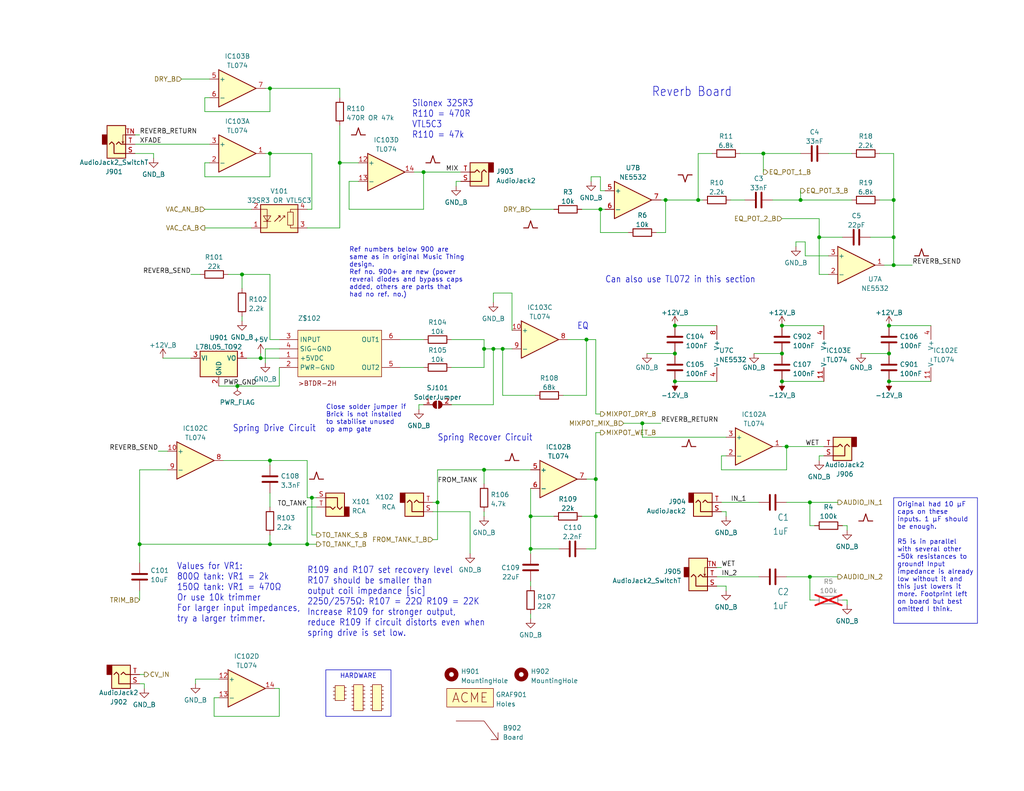
<source format=kicad_sch>
(kicad_sch (version 20230121) (generator eeschema)
  (paper "USLetter")
  (title_block (title "Spring Reverb Rev 2") (date "2023-03-17") (company "Music Thing Modular") (comment 1 "Kosmo version by Rich Holmes"))
  (lib_symbols
    (symbol "AO_symbols:AudioJack2"
      (property "Reference" "J" (at 0 8.89 0))
      (property "Value" "AudioJack2" (at 0 6.35 0))
      (symbol "AudioJack2_1_1"
        (pin passive line (at 5.08 2.54 180) (length 2.54) (name "~") (number "S"))
        (pin passive line (at 5.08 0 180) (length 2.54) (name "~") (number "T"))
      )
    )
    (symbol "AO_symbols:AudioJack2_SwitchT"
      (property "Reference" "J" (at 0 8.89 0))
      (property "Value" "AudioJack2_SwitchT" (at 0 6.35 0))
      (symbol "AudioJack2_SwitchT_1_1"
        (pin passive line (at 5.08 2.54 180) (length 2.54) (name "~") (number "S"))
        (pin passive line (at 5.08 0 180) (length 2.54) (name "~") (number "T"))
        (pin passive line (at 5.08 -2.54 180) (length 2.54) (name "~") (number "TN"))
      )
    )
    (symbol "AO_symbols:Board" (pin_names (offset 1.016)) (in_bom no)
      (property "Reference" "B" (at 1.27 3.81 0))
      (property "Value" "Board" (at -3.175 3.81 0))
    )
    (symbol "AO_symbols:C" (pin_numbers hide) (pin_names (offset 0.254))
      (property "Reference" "C" (at 0.635 2.54 0))
      (property "Value" "C" (at 0.635 -2.54 0))
      (symbol "C_1_1"
        (pin passive line (at 0 3.81 270) (length 2.794) (name "~") (number "1"))
        (pin passive line (at 0 -3.81 90) (length 2.794) (name "~") (number "2"))
      )
    )
    (symbol "AO_symbols:DIP-14" (on_board no)
      (property "Vendor" "Tayda" (at 0 0 0))
      (property "SKU" "A-004" (at 0 0 0))
    )
    (symbol "AO_symbols:DIP-8" (on_board no))
    (symbol "AO_symbols:Graphic" (pin_names (offset 1.016)) (in_bom no)
      (property "Reference" "GRAF" (at 0 -3.81 0))
      (property "Value" "Graphic" (at 0 3.81 0))
      (symbol "Graphic_0_0"
        (text "ACME" (at 0 0 0) (effects (font (size 2.54 2.54))))
      )
    )
    (symbol "AO_symbols:L78L05_TO92" (pin_names (offset 0.254))
      (property "Reference" "U" (at -3.81 3.175 0))
      (property "Value" "L78L05_TO92" (at 0 3.175 0))
      (symbol "L78L05_TO92_1_1"
        (pin power_out line (at 7.62 0 180) (length 2.54) (name "VO") (number "1"))
        (pin power_in line (at 0 -7.62 90) (length 2.54) (name "GND") (number "2"))
        (pin power_in line (at -7.62 0 0) (length 2.54) (name "VI") (number "3"))
      )
    )
    (symbol "AO_symbols:MountingHole" (pin_names (offset 1.016)) (in_bom no)
      (property "Reference" "H" (at 0 5.08 0))
      (property "Value" "MountingHole" (at 0 3.175 0))
    )
    (symbol "AO_symbols:R" (pin_numbers hide) (pin_names (offset 0))
      (property "Reference" "R" (at 2.032 0 90))
      (property "Value" "R" (at 0 0 90))
      (symbol "R_1_1"
        (pin passive line (at 0 3.81 270) (length 1.27) (name "~") (number "1"))
        (pin passive line (at 0 -3.81 90) (length 1.27) (name "~") (number "2"))
      )
    )
    (symbol "AO_symbols:TL074" (pin_names (offset 0.127))
      (property "Reference" "U" (at 0 5.08 0))
      (property "Value" "TL074" (at 0 -5.08 0))
      (symbol "TL074_1_1"
        (pin output line (at 7.62 0 180) (length 2.54) (name "~") (number "1"))
        (pin input line (at -7.62 -2.54 0) (length 2.54) (name "-") (number "2"))
        (pin input line (at -7.62 2.54 0) (length 2.54) (name "+") (number "3"))
      )
      (symbol "TL074_2_1"
        (pin input line (at -7.62 2.54 0) (length 2.54) (name "+") (number "5"))
        (pin input line (at -7.62 -2.54 0) (length 2.54) (name "-") (number "6"))
        (pin output line (at 7.62 0 180) (length 2.54) (name "~") (number "7"))
      )
      (symbol "TL074_3_1"
        (pin input line (at -7.62 2.54 0) (length 2.54) (name "+") (number "10"))
        (pin output line (at 7.62 0 180) (length 2.54) (name "~") (number "8"))
        (pin input line (at -7.62 -2.54 0) (length 2.54) (name "-") (number "9"))
      )
      (symbol "TL074_4_1"
        (pin input line (at -7.62 2.54 0) (length 2.54) (name "+") (number "12"))
        (pin input line (at -7.62 -2.54 0) (length 2.54) (name "-") (number "13"))
        (pin output line (at 7.62 0 180) (length 2.54) (name "~") (number "14"))
      )
      (symbol "TL074_5_1"
        (pin power_in line (at -2.54 -7.62 90) (length 3.81) (name "V-") (number "11"))
        (pin power_in line (at -2.54 7.62 270) (length 3.81) (name "V+") (number "4"))
      )
    )
    (symbol "AO_symbols:Vactrol" (pin_names (offset 1.016) hide)
      (property "Reference" "U" (at 0 5.08 0))
      (property "Value" "Vactrol" (at 0 -5.08 0))
      (symbol "Vactrol_1_1"
        (pin passive line (at -7.62 2.54 0) (length 2.54) (name "-") (number "1"))
        (pin passive line (at -7.62 -2.54 0) (length 2.54) (name "+") (number "2"))
        (pin passive line (at 7.62 2.54 180) (length 2.54) (name "~") (number "3"))
        (pin passive line (at 7.62 -2.54 180) (length 2.54) (name "~") (number "4"))
      )
    )
    (symbol "Amplifier_Operational:NE5532" (pin_names (offset 0.127))
      (property "Reference" "U" (at 0 5.08 0))
      (property "Value" "NE5532" (at 0 -5.08 0))
      (symbol "NE5532_1_1"
        (pin output line (at 7.62 0 180) (length 2.54) (name "~") (number "1"))
        (pin input line (at -7.62 -2.54 0) (length 2.54) (name "-") (number "2"))
        (pin input line (at -7.62 2.54 0) (length 2.54) (name "+") (number "3"))
      )
      (symbol "NE5532_2_1"
        (pin input line (at -7.62 2.54 0) (length 2.54) (name "+") (number "5"))
        (pin input line (at -7.62 -2.54 0) (length 2.54) (name "-") (number "6"))
        (pin output line (at 7.62 0 180) (length 2.54) (name "~") (number "7"))
      )
      (symbol "NE5532_3_1"
        (pin power_in line (at -2.54 -7.62 90) (length 3.81) (name "V-") (number "4"))
        (pin power_in line (at -2.54 7.62 270) (length 3.81) (name "V+") (number "8"))
      )
    )
    (symbol "Jumper:SolderJumper_2_Open" (pin_names (offset 0) hide)
      (property "Reference" "JP" (at 0 2.032 0))
      (property "Value" "SolderJumper_2_Open" (at 0 -2.54 0))
      (symbol "SolderJumper_2_Open_1_1"
        (pin passive line (at -3.81 0 0) (length 2.54) (name "A") (number "1"))
        (pin passive line (at 3.81 0 180) (length 2.54) (name "B") (number "2"))
      )
    )
    (symbol "SpringReverbRev2_combined-eagle-import:DOWN_PHASE_SPIKE")
    (symbol "SpringReverbRev2_combined-eagle-import:UP_PHASE_SPIKE")
    (symbol "aaaSpringReverb:+12V_B" (power) (pin_names (offset 0))
      (property "Value" "+12V_B" (at 0 3.556 0))
      (symbol "+12V_B_1_1"
        (pin power_in line (at 0 0 90) (length 0) hide (name "+12V_B") (number "1"))
      )
    )
    (symbol "aaaSpringReverb:-12V_B" (power) (pin_names (offset 0))
      (property "Value" "-12V_B" (at 0 3.81 0))
      (symbol "-12V_B_0_0"
        (pin power_in line (at 0 0 90) (length 0) hide (name "-12V_B") (number "1"))
      )
    )
    (symbol "aaaSpringReverb:BTDR-2H"
      (property "Reference" "Z$" (at -10.16 10.16 0))
      (symbol "BTDR-2H_1_0"
        (text ">BTDR-2H" (at -10.16 -7.62 0) (effects (font (size 1.27 1.27)) (justify left bottom)))
        (pin power_in line (at -15.24 0 0) (length 5.08) (name "+5VDC") (number "1"))
        (pin power_in line (at -15.24 -2.54 0) (length 5.08) (name "PWR-GND") (number "2"))
        (pin input line (at -15.24 5.08 0) (length 5.08) (name "INPUT") (number "3"))
        (pin power_in line (at -15.24 2.54 0) (length 5.08) (name "SIG-GND") (number "4"))
        (pin output line (at 17.78 -2.54 180) (length 5.08) (name "OUT2") (number "5"))
        (pin power_out line (at 17.78 5.08 180) (length 5.08) (name "OUT1") (number "6"))
      )
    )
    (symbol "aaaSpringReverb:GND_B" (power) (pin_names (offset 0))
      (property "Value" "GND_B" (at 0 -3.81 0))
      (symbol "GND_B_1_1"
        (pin power_in line (at 0 0 270) (length 0) hide (name "GND_B") (number "1"))
      )
    )
    (symbol "power:+5V" (power) (pin_names (offset 0))
      (property "Value" "+5V" (at 0 3.556 0))
      (symbol "+5V_1_1"
        (pin power_in line (at 0 0 90) (length 0) hide (name "+5V") (number "1"))
      )
    )
    (symbol "power:PWR_FLAG" (power) (pin_numbers hide) (pin_names (offset 0) hide)
      (property "Value" "PWR_FLAG" (at 0 3.81 0))
      (symbol "PWR_FLAG_0_0"
        (pin power_out line (at 0 0 90) (length 0) (name "pwr") (number "1"))
      )
    )
  )
  (junction (at 184.15 96.52))
  (junction (at 132.08 95.25))
  (junction (at 184.15 88.9))
  (junction (at 175.26 115.57))
  (junction (at 242.57 88.9))
  (junction (at 144.78 149.86))
  (junction (at 213.36 104.14))
  (junction (at 242.57 104.14))
  (junction (at 38.1 148.59))
  (junction (at 223.52 64.77))
  (junction (at 243.84 54.61))
  (junction (at 64.77 105.41))
  (junction (at 137.16 95.25))
  (junction (at 134.62 95.25))
  (junction (at 144.78 140.97))
  (junction (at 163.83 57.15))
  (junction (at 83.82 148.59))
  (junction (at 213.36 96.52))
  (junction (at 213.36 88.9))
  (junction (at 162.56 130.81))
  (junction (at 73.66 125.73))
  (junction (at 160.02 92.71))
  (junction (at 119.38 137.16))
  (junction (at 220.98 157.48))
  (junction (at 73.66 41.91))
  (junction (at 73.66 148.59))
  (junction (at 66.04 74.93))
  (junction (at 214.63 121.92))
  (junction (at 162.56 140.97))
  (junction (at 132.08 128.27))
  (junction (at 85.09 135.89))
  (junction (at 71.12 97.79))
  (junction (at 115.57 46.99))
  (junction (at 181.61 54.61))
  (junction (at 242.57 96.52))
  (junction (at 220.98 137.16))
  (junction (at 73.66 24.13))
  (junction (at 92.71 44.45))
  (junction (at 190.5 54.61))
  (junction (at 184.15 104.14))
  (junction (at 218.44 54.61))
  (junction (at 243.84 72.39))
  (junction (at 208.28 41.91))
  (junction (at 243.84 64.77))
  (wire (pts (xy 62.23 74.93) (xy 66.04 74.93)))
  (wire (pts (xy 86.36 138.43) (xy 83.82 138.43)))
  (wire (pts (xy 198.12 124.46) (xy 196.85 124.46)))
  (wire (pts (xy 158.75 140.97) (xy 162.56 140.97)))
  (wire (pts (xy 223.52 124.46) (xy 223.52 125.73)))
  (wire (pts (xy 72.39 95.25) (xy 72.39 99.06)))
  (wire (pts (xy 41.91 41.91) (xy 41.91 43.18)))
  (wire (pts (xy 254 88.9) (xy 242.57 88.9)))
  (wire (pts (xy 71.12 96.52) (xy 71.12 97.79)))
  (wire (pts (xy 237.49 64.77) (xy 243.84 64.77)))
  (wire (pts (xy 218.44 52.07) (xy 218.44 54.61)))
  (wire (pts (xy 144.78 57.15) (xy 151.13 57.15)))
  (wire (pts (xy 220.98 137.16) (xy 220.98 143.51)))
  (wire (pts (xy 55.88 48.26) (xy 73.66 48.26)))
  (wire (pts (xy 218.44 54.61) (xy 210.82 54.61)))
  (wire (pts (xy 124.46 49.53) (xy 125.73 49.53)))
  (wire (pts (xy 134.62 110.49) (xy 134.62 95.25)))
  (wire (pts (xy 139.7 95.25) (xy 137.16 95.25)))
  (wire (pts (xy 73.66 41.91) (xy 72.39 41.91)))
  (wire (pts (xy 113.03 46.99) (xy 115.57 46.99)))
  (wire (pts (xy 119.38 128.27) (xy 119.38 137.16)))
  (wire (pts (xy 229.87 64.77) (xy 223.52 64.77)))
  (wire (pts (xy 218.44 54.61) (xy 232.41 54.61)))
  (wire (pts (xy 243.84 64.77) (xy 243.84 72.39)))
  (wire (pts (xy 160.02 92.71) (xy 162.56 92.71)))
  (wire (pts (xy 83.82 135.89) (xy 85.09 135.89)))
  (wire (pts (xy 92.71 44.45) (xy 92.71 62.23)))
  (wire (pts (xy 180.34 115.57) (xy 175.26 115.57)))
  (wire (pts (xy 195.58 104.14) (xy 184.15 104.14)))
  (wire (pts (xy 83.82 62.23) (xy 92.71 62.23)))
  (wire (pts (xy 119.38 137.16) (xy 118.11 137.16)))
  (wire (pts (xy 59.69 190.5) (xy 58.42 190.5)))
  (wire (pts (xy 83.82 138.43) (xy 83.82 148.59)))
  (wire (pts (xy 53.34 186.69) (xy 53.34 185.42)))
  (wire (pts (xy 119.38 128.27) (xy 132.08 128.27)))
  (wire (pts (xy 176.53 96.52) (xy 184.15 96.52)))
  (wire (pts (xy 208.28 46.99) (xy 208.28 41.91)))
  (wire (pts (xy 162.56 113.03) (xy 163.83 113.03)))
  (wire (pts (xy 73.66 74.93) (xy 66.04 74.93)))
  (wire (pts (xy 195.58 88.9) (xy 184.15 88.9)))
  (wire (pts (xy 55.88 57.15) (xy 68.58 57.15)))
  (wire (pts (xy 134.62 80.01) (xy 134.62 82.55)))
  (wire (pts (xy 38.1 163.83) (xy 38.1 161.29)))
  (wire (pts (xy 160.02 130.81) (xy 162.56 130.81)))
  (wire (pts (xy 144.78 140.97) (xy 144.78 133.35)))
  (wire (pts (xy 198.12 160.02) (xy 195.58 160.02)))
  (wire (pts (xy 214.63 157.48) (xy 220.98 157.48)))
  (wire (pts (xy 179.07 63.5) (xy 181.61 63.5)))
  (wire (pts (xy 248.92 72.39) (xy 243.84 72.39)))
  (wire (pts (xy 55.88 26.67) (xy 57.15 26.67)))
  (wire (pts (xy 163.83 63.5) (xy 163.83 57.15)))
  (wire (pts (xy 128.27 139.7) (xy 118.11 139.7)))
  (wire (pts (xy 139.7 80.01) (xy 134.62 80.01)))
  (wire (pts (xy 214.63 128.27) (xy 214.63 121.92)))
  (wire (pts (xy 39.37 184.15) (xy 38.1 184.15)))
  (wire (pts (xy 55.88 62.23) (xy 68.58 62.23)))
  (wire (pts (xy 224.79 124.46) (xy 223.52 124.46)))
  (wire (pts (xy 52.07 74.93) (xy 54.61 74.93)))
  (wire (pts (xy 220.98 137.16) (xy 228.6 137.16)))
  (wire (pts (xy 66.04 86.36) (xy 66.04 87.63)))
  (wire (pts (xy 180.34 54.61) (xy 181.61 54.61)))
  (wire (pts (xy 229.87 163.83) (xy 231.14 163.83)))
  (wire (pts (xy 76.2 100.33) (xy 76.2 105.41)))
  (wire (pts (xy 254 104.14) (xy 242.57 104.14)))
  (wire (pts (xy 60.96 125.73) (xy 73.66 125.73)))
  (wire (pts (xy 213.36 121.92) (xy 214.63 121.92)))
  (wire (pts (xy 223.52 59.69) (xy 223.52 64.77)))
  (wire (pts (xy 85.09 146.05) (xy 86.36 146.05)))
  (wire (pts (xy 214.63 121.92) (xy 224.79 121.92)))
  (wire (pts (xy 132.08 128.27) (xy 144.78 128.27)))
  (wire (pts (xy 162.56 92.71) (xy 162.56 113.03)))
  (wire (pts (xy 137.16 95.25) (xy 137.16 107.95)))
  (wire (pts (xy 73.66 127) (xy 73.66 125.73)))
  (wire (pts (xy 205.74 96.52) (xy 213.36 96.52)))
  (wire (pts (xy 132.08 95.25) (xy 132.08 100.33)))
  (wire (pts (xy 58.42 195.58) (xy 76.2 195.58)))
  (wire (pts (xy 181.61 54.61) (xy 190.5 54.61)))
  (wire (pts (xy 219.71 69.85) (xy 226.06 69.85)))
  (wire (pts (xy 144.78 167.64) (xy 144.78 168.91)))
  (wire (pts (xy 49.53 21.59) (xy 57.15 21.59)))
  (wire (pts (xy 39.37 186.69) (xy 39.37 187.96)))
  (wire (pts (xy 114.3 110.49) (xy 115.57 110.49)))
  (wire (pts (xy 154.94 92.71) (xy 160.02 92.71)))
  (wire (pts (xy 57.15 44.45) (xy 55.88 44.45)))
  (wire (pts (xy 95.25 57.15) (xy 95.25 49.53)))
  (wire (pts (xy 73.66 48.26) (xy 73.66 41.91)))
  (wire (pts (xy 175.26 119.38) (xy 175.26 115.57)))
  (wire (pts (xy 85.09 135.89) (xy 86.36 135.89)))
  (wire (pts (xy 160.02 107.95) (xy 160.02 92.71)))
  (wire (pts (xy 144.78 160.02) (xy 144.78 158.75)))
  (wire (pts (xy 161.29 48.26) (xy 163.83 48.26)))
  (wire (pts (xy 73.66 41.91) (xy 85.09 41.91)))
  (wire (pts (xy 226.06 41.91) (xy 232.41 41.91)))
  (wire (pts (xy 71.12 97.79) (xy 76.2 97.79)))
  (wire (pts (xy 198.12 160.02) (xy 198.12 161.29)))
  (wire (pts (xy 163.83 48.26) (xy 163.83 52.07)))
  (wire (pts (xy 213.36 59.69) (xy 223.52 59.69)))
  (wire (pts (xy 139.7 90.17) (xy 139.7 80.01)))
  (wire (pts (xy 124.46 49.53) (xy 124.46 50.8)))
  (wire (pts (xy 85.09 135.89) (xy 85.09 146.05)))
  (wire (pts (xy 214.63 137.16) (xy 220.98 137.16)))
  (wire (pts (xy 73.66 24.13) (xy 92.71 24.13)))
  (wire (pts (xy 132.08 128.27) (xy 132.08 132.08)))
  (wire (pts (xy 114.3 111.76) (xy 114.3 110.49)))
  (wire (pts (xy 76.2 187.96) (xy 74.93 187.96)))
  (wire (pts (xy 175.26 115.57) (xy 170.18 115.57)))
  (wire (pts (xy 119.38 147.32) (xy 118.11 147.32)))
  (wire (pts (xy 196.85 128.27) (xy 214.63 128.27)))
  (wire (pts (xy 55.88 26.67) (xy 55.88 30.48)))
  (wire (pts (xy 115.57 57.15) (xy 115.57 46.99)))
  (wire (pts (xy 73.66 92.71) (xy 73.66 74.93)))
  (wire (pts (xy 55.88 44.45) (xy 55.88 48.26)))
  (wire (pts (xy 198.12 139.7) (xy 196.85 139.7)))
  (wire (pts (xy 43.18 123.19) (xy 45.72 123.19)))
  (wire (pts (xy 119.38 137.16) (xy 119.38 147.32)))
  (wire (pts (xy 73.66 138.43) (xy 73.66 134.62)))
  (wire (pts (xy 243.84 54.61) (xy 243.84 64.77)))
  (wire (pts (xy 73.66 30.48) (xy 73.66 24.13)))
  (wire (pts (xy 73.66 146.05) (xy 73.66 148.59)))
  (wire (pts (xy 220.98 157.48) (xy 220.98 163.83)))
  (wire (pts (xy 163.83 63.5) (xy 171.45 63.5)))
  (wire (pts (xy 144.78 149.86) (xy 144.78 140.97)))
  (wire (pts (xy 73.66 148.59) (xy 38.1 148.59)))
  (wire (pts (xy 115.57 46.99) (xy 125.73 46.99)))
  (wire (pts (xy 224.79 104.14) (xy 213.36 104.14)))
  (wire (pts (xy 199.39 54.61) (xy 203.2 54.61)))
  (wire (pts (xy 92.71 34.29) (xy 92.71 44.45)))
  (wire (pts (xy 53.34 185.42) (xy 59.69 185.42)))
  (wire (pts (xy 162.56 118.11) (xy 163.83 118.11)))
  (wire (pts (xy 38.1 128.27) (xy 38.1 148.59)))
  (wire (pts (xy 85.09 57.15) (xy 83.82 57.15)))
  (wire (pts (xy 72.39 95.25) (xy 76.2 95.25)))
  (wire (pts (xy 231.14 143.51) (xy 231.14 144.78)))
  (wire (pts (xy 132.08 95.25) (xy 134.62 95.25)))
  (wire (pts (xy 45.72 128.27) (xy 38.1 128.27)))
  (wire (pts (xy 224.79 88.9) (xy 213.36 88.9)))
  (wire (pts (xy 123.19 110.49) (xy 134.62 110.49)))
  (wire (pts (xy 39.37 186.69) (xy 38.1 186.69)))
  (wire (pts (xy 195.58 154.94) (xy 196.85 154.94)))
  (wire (pts (xy 132.08 92.71) (xy 132.08 95.25)))
  (wire (pts (xy 162.56 130.81) (xy 162.56 118.11)))
  (wire (pts (xy 195.58 157.48) (xy 207.01 157.48)))
  (wire (pts (xy 190.5 54.61) (xy 190.5 41.91)))
  (wire (pts (xy 243.84 54.61) (xy 243.84 41.91)))
  (wire (pts (xy 163.83 52.07) (xy 165.1 52.07)))
  (wire (pts (xy 72.39 24.13) (xy 73.66 24.13)))
  (wire (pts (xy 198.12 119.38) (xy 175.26 119.38)))
  (wire (pts (xy 144.78 151.13) (xy 144.78 149.86)))
  (wire (pts (xy 219.71 66.04) (xy 219.71 69.85)))
  (wire (pts (xy 220.98 157.48) (xy 228.6 157.48)))
  (wire (pts (xy 158.75 57.15) (xy 163.83 57.15)))
  (wire (pts (xy 64.77 105.41) (xy 59.69 105.41)))
  (wire (pts (xy 240.03 54.61) (xy 243.84 54.61)))
  (wire (pts (xy 196.85 137.16) (xy 207.01 137.16)))
  (wire (pts (xy 132.08 140.97) (xy 132.08 139.7)))
  (wire (pts (xy 153.67 107.95) (xy 160.02 107.95)))
  (wire (pts (xy 73.66 125.73) (xy 83.82 125.73)))
  (wire (pts (xy 92.71 44.45) (xy 97.79 44.45)))
  (wire (pts (xy 128.27 139.7) (xy 128.27 151.13)))
  (wire (pts (xy 92.71 26.67) (xy 92.71 24.13)))
  (wire (pts (xy 231.14 165.1) (xy 231.14 163.83)))
  (wire (pts (xy 76.2 92.71) (xy 73.66 92.71)))
  (wire (pts (xy 85.09 41.91) (xy 85.09 57.15)))
  (wire (pts (xy 234.95 96.52) (xy 242.57 96.52)))
  (wire (pts (xy 181.61 63.5) (xy 181.61 54.61)))
  (wire (pts (xy 220.98 143.51) (xy 222.25 143.51)))
  (wire (pts (xy 220.98 163.83) (xy 222.25 163.83)))
  (wire (pts (xy 95.25 49.53) (xy 97.79 49.53)))
  (wire (pts (xy 52.07 97.79) (xy 44.45 97.79)))
  (wire (pts (xy 144.78 140.97) (xy 151.13 140.97)))
  (wire (pts (xy 223.52 74.93) (xy 223.52 64.77)))
  (wire (pts (xy 196.85 124.46) (xy 196.85 128.27)))
  (wire (pts (xy 83.82 148.59) (xy 73.66 148.59)))
  (wire (pts (xy 152.4 149.86) (xy 144.78 149.86)))
  (wire (pts (xy 109.22 100.33) (xy 115.57 100.33)))
  (wire (pts (xy 83.82 148.59) (xy 86.36 148.59)))
  (wire (pts (xy 38.1 148.59) (xy 38.1 153.67)))
  (wire (pts (xy 162.56 149.86) (xy 162.56 140.97)))
  (wire (pts (xy 36.83 39.37) (xy 57.15 39.37)))
  (wire (pts (xy 240.03 41.91) (xy 243.84 41.91)))
  (wire (pts (xy 66.04 74.93) (xy 66.04 78.74)))
  (wire (pts (xy 243.84 72.39) (xy 241.3 72.39)))
  (wire (pts (xy 163.83 57.15) (xy 165.1 57.15)))
  (wire (pts (xy 162.56 140.97) (xy 162.56 130.81)))
  (wire (pts (xy 95.25 57.15) (xy 115.57 57.15)))
  (wire (pts (xy 83.82 125.73) (xy 83.82 135.89)))
  (wire (pts (xy 190.5 41.91) (xy 194.31 41.91)))
  (wire (pts (xy 160.02 149.86) (xy 162.56 149.86)))
  (wire (pts (xy 218.44 41.91) (xy 208.28 41.91)))
  (wire (pts (xy 201.93 41.91) (xy 208.28 41.91)))
  (wire (pts (xy 36.83 41.91) (xy 41.91 41.91)))
  (wire (pts (xy 226.06 74.93) (xy 223.52 74.93)))
  (wire (pts (xy 38.1 36.83) (xy 36.83 36.83)))
  (wire (pts (xy 123.19 100.33) (xy 132.08 100.33)))
  (wire (pts (xy 76.2 195.58) (xy 76.2 187.96)))
  (wire (pts (xy 55.88 30.48) (xy 73.66 30.48)))
  (wire (pts (xy 76.2 105.41) (xy 64.77 105.41)))
  (wire (pts (xy 137.16 107.95) (xy 146.05 107.95)))
  (wire (pts (xy 217.17 66.04) (xy 219.71 66.04)))
  (wire (pts (xy 198.12 139.7) (xy 198.12 140.97)))
  (wire (pts (xy 109.22 92.71) (xy 115.57 92.71)))
  (wire (pts (xy 67.31 97.79) (xy 71.12 97.79)))
  (wire (pts (xy 217.17 67.31) (xy 217.17 66.04)))
  (wire (pts (xy 229.87 143.51) (xy 231.14 143.51)))
  (wire (pts (xy 58.42 190.5) (xy 58.42 195.58)))
  (wire (pts (xy 123.19 92.71) (xy 132.08 92.71)))
  (wire (pts (xy 190.5 54.61) (xy 191.77 54.61)))
  (wire (pts (xy 161.29 49.53) (xy 161.29 48.26)))
  (wire (pts (xy 134.62 95.25) (xy 137.16 95.25)))
  (rectangle (start 88.9 182.88) (end 106.68 195.58))
  (text_box "Original had 10 µF caps on these inputs. 1 µF should be enough.\n\nR5 is in parallel with several other ~50k resistances to ground! Input impedance is already low without it and this just lowers it more. Footprint left on board but best omitted I think." (at 243.84 135.89 0) (size 22.86 34.29) (effects (font (size 1.27 1.27)) (justify left top)))
  (text "Reverb Board" (at 177.8 26.67 0) (effects (font (size 2.54 2.159)) (justify left bottom)))
  (text "HARDWARE" (at 92.71 185.42 0) (effects (font (size 1.27 1.27)) (justify left bottom)))
  (text "Close solder jumper if\nBrick is not installed\nto stabilise unused\nop amp gate" (at 88.9 118.11 0) (effects (font (size 1.27 1.27)) (justify left bottom)))
  (text "Can also use TL072 in this section" (at 165.1 77.47 0) (effects (font (size 1.778 1.5113)) (justify left bottom)))
  (text "R109 and R107 set recovery level\nR107 should be smaller than\noutput coil impedance [sic]\n2250/2575Ω: R107 = 22Ω R109 = 22K\nIncrease R109 for stronger output,\nreduce R109 if circuit distorts even when\nspring drive is set low." (at 83.82 173.99 0) (effects (font (size 1.778 1.5113)) (justify left bottom)))
  (text "EQ" (at 157.48 90.17 0) (effects (font (size 1.778 1.5113)) (justify left bottom)))
  (text "Ref numbers below 900 are\nsame as in original Music Thing\ndesign.\nRef no. 900+ are new (power \nreveral diodes and bypass caps \nadded, others are parts that\nhad no ref. no.)" (at 95.25 81.28 0) (effects (font (size 1.27 1.27)) (justify left bottom)))
  (text "Silonex 32SR3\nR110 = 470R\nVTL5C3\nR110 = 47k" (at 112.395 27.305 0) (effects (font (size 1.778 1.5113)) (justify left top)))
  (text "Spring Recover Circuit" (at 119.38 120.65 0) (effects (font (size 1.778 1.5113)) (justify left bottom)))
  (text "Values for VR1:\n800Ω tank: VR1 = 2k\n150Ω tank: VR1 = 470Ω\nOr use 10k trimmer\nFor larger input impedances,\ntry a larger trimmer." (at 48.26 153.67 0) (effects (font (size 1.778 1.5113)) (justify left top)))
  (text "Spring Drive Circuit" (at 63.5 118.11 0) (effects (font (size 1.778 1.5113)) (justify left bottom)))
  (label "PWR_GND" (at 60.96 105.41 0))
  (label "XFADE" (at 38.1 39.37 0))
  (label "REVERB_RETURN" (at 180.34 115.57 0))
  (label "IN_2" (at 196.85 157.48 0))
  (label "IN_1" (at 199.39 137.16 0))
  (label "REVERB_SEND" (at 248.92 72.39 0))
  (label "WET" (at 223.52 121.92 180))
  (label "WET" (at 196.85 154.94 0))
  (label "REVERB_SEND" (at 52.07 74.93 180) (effects (font (size 1.2446 1.2446))))
  (label "FROM_TANK" (at 119.38 132.08 0))
  (label "REVERB_SEND" (at 43.18 123.19 180))
  (label "TO_TANK" (at 83.82 138.43 180))
  (label "REVERB_RETURN" (at 38.1 36.83 0))
  (label "MIX" (at 125.095 46.99 180))
  (hierarchical_label "VAC_AN_B" (shape input) (at 55.88 57.15 180))
  (hierarchical_label "MIXPOT_MIX_B" (shape input) (at 170.18 115.57 180))
  (hierarchical_label "CV_IN" (shape output) (at 39.37 184.15 0))
  (hierarchical_label "MIXPOT_WET_B" (shape output) (at 163.83 118.11 0))
  (hierarchical_label "EQ_POT_3_B" (shape output) (at 218.44 52.07 0))
  (hierarchical_label "FROM_TANK_T_B" (shape input) (at 118.11 147.32 180))
  (hierarchical_label "TO_TANK_T_B" (shape output) (at 86.36 148.59 0))
  (hierarchical_label "TRIM_B" (shape input) (at 38.1 163.83 180))
  (hierarchical_label "VAC_CA_B" (shape output) (at 55.88 62.23 180))
  (hierarchical_label "AUDIO_IN_2" (shape output) (at 228.6 157.48 0))
  (hierarchical_label "DRY_B" (shape input) (at 144.78 57.15 180))
  (hierarchical_label "EQ_POT_1_B" (shape output) (at 208.28 46.99 0))
  (hierarchical_label "AUDIO_IN_1" (shape output) (at 228.6 137.16 0))
  (hierarchical_label "EQ_POT_2_B" (shape input) (at 213.36 59.69 180))
  (hierarchical_label "MIXPOT_DRY_B" (shape output) (at 163.83 113.03 0))
  (hierarchical_label "TO_TANK_S_B" (shape output) (at 86.36 146.05 0))
  (hierarchical_label "DRY_B" (shape input) (at 49.53 21.59 180))
  (symbol (lib_id "aaaSpringReverb:+12V_B") (at 213.36 88.9 0) (unit 1)
    (property "Reference" "#PWR0140" (effects hide))
    (property "Value" "+12V_B" (at 213.36 85.344 0))
  )
  (symbol (lib_id "AO_symbols:TL074") (at 67.31 187.96 0) (unit 4)
    (property "Reference" "IC102" (at 67.31 179.1802 0))
    (property "Value" "TL074" (at 67.31 181.7171 0))
    (property "Footprint" "AO_tht:DIP-14_W7.62mm_Socket_LongPads" (effects hide))
    (property "Vendor" "Tayda" (effects hide))
    (property "SKU" "A-1138" (effects hide))
  )
  (symbol (lib_id "AO_symbols:C") (at 213.36 100.33 0) (unit 1)
    (property "Reference" "C107" (at 216.281 99.4953 0) (effects (justify left)))
    (property "Value" "100nF" (at 216.281 102.0322 0) (effects (justify left)))
    (property "Footprint" "AO_tht:C_Disc_D3.0mm_W1.6mm_P2.50mm" (effects hide))
    (property "Vendor" "Tayda" (effects hide))
    (property "Description" "Ceramic capacitor" (effects hide))
  )
  (symbol (lib_id "AO_symbols:TL074") (at 227.33 96.52 0) (unit 5)
    (property "Reference" "IC103" (at 225.425 95.6853 0) (effects (justify left)))
    (property "Value" "TL074" (at 225.425 98.2222 0) (effects (justify left)))
    (property "Footprint" "AO_tht:DIP-14_W7.62mm_Socket_LongPads" (effects hide))
    (property "Vendor" "Tayda" (effects hide))
    (property "SKU" "A-1138" (effects hide))
  )
  (symbol (lib_id "aaaSpringReverb:-12V_B") (at 184.15 104.14 180) (unit 1)
    (property "Reference" "#PWR0125" (effects hide))
    (property "Value" "-12V_B" (at 184.15 107.95 0))
  )
  (symbol (lib_id "AO_symbols:C") (at 222.25 41.91 90) (unit 1)
    (property "Reference" "C4" (at 222.25 36.0512 90))
    (property "Value" "33nF" (at 222.25 38.5881 90))
    (property "Footprint" "AO_tht:C_Rect_L7.2mm_W2.5mm_P5.00mm_FKS2_FKP2_MKS2_MKP2" (effects hide))
    (property "Vendor" "Tayda" (effects hide))
    (property "Description" "Polyester film capacitor" (effects hide))
  )
  (symbol (lib_id "AO_symbols:R") (at 226.06 163.83 90) (unit 1) (dnp yes)
    (property "Reference" "R5" (at 226.06 158.75 90))
    (property "Value" "100k" (at 226.06 161.29 90))
    (property "Footprint" "AO_tht:R_Axial_DIN0207_L6.3mm_D2.5mm_P10.16mm_Horizontal" (effects hide))
    (property "Vendor" "Tayda" (effects hide))
  )
  (symbol (lib_id "SpringReverbRev2_combined-eagle-import:UP_PHASE_SPIKE") (at 97.79 36.83 0) (unit 1)
    (property "Reference" "#Z$105" (effects hide))
    (property "Value" "UP_PHASE_SPIKE" (effects hide))
  )
  (symbol (lib_id "aaaSpringReverb:GND_B") (at 176.53 96.52 0) (unit 1)
    (property "Reference" "#PWR0121" (effects hide))
    (property "Value" "GND_B" (at 176.53 100.33 0))
  )
  (symbol (lib_id "AO_symbols:TL074") (at 152.4 130.81 0) (unit 2)
    (property "Reference" "IC102" (at 152.4 122.0302 0))
    (property "Value" "TL074" (at 152.4 124.5671 0))
    (property "Footprint" "AO_tht:DIP-14_W7.62mm_Socket_LongPads" (effects hide))
    (property "Vendor" "Tayda" (effects hide))
    (property "SKU" "A-1138" (effects hide))
  )
  (symbol (lib_id "aaaSpringReverb:+12V_B") (at 184.15 88.9 0) (unit 1)
    (property "Reference" "#PWR0124" (effects hide))
    (property "Value" "+12V_B" (at 184.15 85.344 0))
  )
  (symbol (lib_id "aaaSpringReverb:GND_B") (at 223.52 125.73 0) (unit 1)
    (property "Reference" "#PWR0144" (effects hide))
    (property "Value" "GND_B" (at 223.52 130.1734 0))
  )
  (symbol (lib_id "power:PWR_FLAG") (at 64.77 105.41 180) (unit 1)
    (property "Reference" "#FLG0904" (effects hide))
    (property "Value" "PWR_FLAG" (at 64.77 109.8534 0))
  )
  (symbol (lib_id "SpringReverbRev2_combined-eagle-import:UP_PHASE_SPIKE") (at 144.78 62.23 0) (unit 1)
    (property "Reference" "#Z$1" (effects hide))
    (property "Value" "UP_PHASE_SPIKE" (effects hide))
  )
  (symbol (lib_id "AO_symbols:DIP-14") (at 97.79 190.5 0) (unit 1) (on_board no)
    (property "Reference" "J919" (effects hide))
    (property "Value" "DIP-14" (effects hide))
    (property "Vendor" "Tayda" (effects hide))
    (property "SKU" "A-004" (effects hide))
  )
  (symbol (lib_id "aaaSpringReverb:GND_B") (at 144.78 168.91 0) (unit 1)
    (property "Reference" "#PWR0108" (effects hide))
    (property "Value" "GND_B" (at 144.78 173.3534 0))
  )
  (symbol (lib_id "AO_symbols:R") (at 175.26 63.5 90) (unit 1)
    (property "Reference" "R6" (at 175.26 58.7842 90))
    (property "Value" "10k" (at 175.26 61.3211 90))
    (property "Footprint" "AO_tht:R_Axial_DIN0207_L6.3mm_D2.5mm_P10.16mm_Horizontal" (effects hide))
    (property "Vendor" "Tayda" (effects hide))
  )
  (symbol (lib_id "aaaSpringReverb:GND_B") (at 39.37 187.96 0) (unit 1)
    (property "Reference" "#PWR0141" (effects hide))
    (property "Value" "GND_B" (at 39.37 192.4034 0))
  )
  (symbol (lib_id "AO_symbols:C") (at 210.82 137.16 270) (unit 1)
    (property "Reference" "C1" (at 212.09 142.24 90) (effects (font (size 1.778 1.5113)) (justify left bottom)))
    (property "Value" "1uF" (at 210.82 146.05 90) (effects (font (size 1.778 1.5113)) (justify left bottom)))
    (property "Footprint" "AO_tht:C_Rect_L7.2mm_W7.2mm_P5.00mm_FKS2_FKP2_MKS2_MKP2" (effects hide))
    (property "Vendor" "Tayda" (effects hide))
    (property "Description" "Unpolarized electrolytic capacitor" (effects hide))
  )
  (symbol (lib_id "AO_symbols:C") (at 156.21 149.86 90) (unit 1)
    (property "Reference" "C110" (at 156.21 144.0012 90))
    (property "Value" "2.2nF" (at 156.21 146.5381 90))
    (property "Footprint" "AO_tht:C_Rect_L7.2mm_W2.5mm_P5.00mm_FKS2_FKP2_MKS2_MKP2" (effects hide))
    (property "Vendor" "Tayda" (effects hide))
    (property "Description" "Polyester film capacitor" (effects hide))
  )
  (symbol (lib_id "AO_symbols:Vactrol") (at 76.2 59.69 0) (mirror x) (unit 1)
    (property "Reference" "V101" (at 76.2 52.1802 0))
    (property "Value" "32SR3 OR VTL5C3" (at 76.2 54.7171 0))
    (property "Footprint" "AO_tht:Vactrol_VTL5C" (effects hide))
    (property "Datasheet" "http://www.qsl.net/wa1ion/vactrol/vactrol.pdf" (effects hide))
  )
  (symbol (lib_id "AO_symbols:R") (at 149.86 107.95 90) (unit 1)
    (property "Reference" "R108" (at 149.86 103.2342 90))
    (property "Value" "68k" (at 149.86 105.7711 90))
    (property "Footprint" "AO_tht:R_Axial_DIN0207_L6.3mm_D2.5mm_P10.16mm_Horizontal" (effects hide))
    (property "Vendor" "Tayda" (effects hide))
  )
  (symbol (lib_id "AO_symbols:TL074") (at 53.34 125.73 0) (unit 3)
    (property "Reference" "IC102" (at 53.34 116.9502 0))
    (property "Value" "TL074" (at 53.34 119.4871 0))
    (property "Footprint" "AO_tht:DIP-14_W7.62mm_Socket_LongPads" (effects hide))
    (property "Vendor" "Tayda" (effects hide))
    (property "SKU" "A-1138" (effects hide))
  )
  (symbol (lib_id "AO_symbols:TL074") (at 147.32 92.71 0) (unit 3)
    (property "Reference" "IC103" (at 147.32 83.9302 0))
    (property "Value" "TL074" (at 147.32 86.4671 0))
    (property "Footprint" "AO_tht:DIP-14_W7.62mm_Socket_LongPads" (effects hide))
    (property "Vendor" "Tayda" (effects hide))
    (property "SKU" "A-1138" (effects hide))
  )
  (symbol (lib_id "aaaSpringReverb:GND_B") (at 132.08 140.97 0) (unit 1)
    (property "Reference" "#PWR0105" (effects hide))
    (property "Value" "GND_B" (at 132.08 145.4134 0))
  )
  (symbol (lib_id "AO_symbols:AudioJack2") (at 33.02 184.15 0) (mirror x) (unit 1)
    (property "Reference" "J902" (at 32.385 191.6598 0))
    (property "Value" "AudioJack2" (at 32.385 189.1229 0))
    (property "Footprint" "AO_tht:Jack_6.35mm_PJ_629HAN_slots" (effects hide))
    (property "Vendor" "Tayda" (effects hide))
    (property "SKU" "A-1121" (effects hide))
  )
  (symbol (lib_id "aaaSpringReverb:+12V_B") (at 242.57 88.9 0) (unit 1)
    (property "Reference" "#PWR0123" (effects hide))
    (property "Value" "+12V_B" (at 242.57 85.344 0))
  )
  (symbol (lib_id "aaaSpringReverb:-12V_B") (at 242.57 104.14 180) (unit 1)
    (property "Reference" "#PWR0116" (effects hide))
    (property "Value" "-12V_B" (at 242.57 107.95 0))
  )
  (symbol (lib_id "AO_symbols:AudioJack2") (at 91.44 138.43 0) (mirror y) (unit 1)
    (property "Reference" "X101" (at 96.012 136.9603 0) (effects (justify right)))
    (property "Value" "RCA" (at 96.012 139.4972 0) (effects (justify right)))
    (property "Footprint" "springreverb:RCJ-023 white" (effects hide))
    (property "Vendor" "Digi-Key" (effects hide))
    (property "SKU" "CP-1408-ND" (effects hide))
    (property "Manufacturer" "CUI" (effects hide))
    (property "Part" "RCJ-023" (effects hide))
  )
  (symbol (lib_id "AO_symbols:C") (at 233.68 64.77 90) (unit 1)
    (property "Reference" "C5" (at 233.68 58.9112 90))
    (property "Value" "22pF" (at 233.68 61.4481 90))
    (property "Footprint" "AO_tht:C_Disc_D3.0mm_W1.6mm_P2.50mm" (effects hide))
    (property "Vendor" "Tayda" (effects hide))
    (property "Description" "Ceramic capacitor" (effects hide))
  )
  (symbol (lib_id "aaaSpringReverb:GND_B") (at 41.91 43.18 0) (unit 1)
    (property "Reference" "#PWR0143" (effects hide))
    (property "Value" "GND_B" (at 41.91 47.6234 0))
  )
  (symbol (lib_id "SpringReverbRev2_combined-eagle-import:UP_PHASE_SPIKE") (at 187.96 121.92 0) (unit 1)
    (property "Reference" "#Z$104" (effects hide))
    (property "Value" "UP_PHASE_SPIKE" (effects hide))
  )
  (symbol (lib_id "AO_symbols:C") (at 207.01 54.61 90) (unit 1)
    (property "Reference" "C3" (at 207.01 48.7512 90))
    (property "Value" "33nF" (at 207.01 51.2881 90))
    (property "Footprint" "AO_tht:C_Rect_L7.2mm_W2.5mm_P5.00mm_FKS2_FKP2_MKS2_MKP2" (effects hide))
    (property "Vendor" "Tayda" (effects hide))
    (property "Description" "Polyester film capacitor" (effects hide))
  )
  (symbol (lib_id "AO_symbols:C") (at 210.82 157.48 270) (unit 1)
    (property "Reference" "C2" (at 212.09 162.56 90) (effects (font (size 1.778 1.5113)) (justify left bottom)))
    (property "Value" "1uF" (at 210.82 166.37 90) (effects (font (size 1.778 1.5113)) (justify left bottom)))
    (property "Footprint" "AO_tht:C_Rect_L7.2mm_W7.2mm_P5.00mm_FKS2_FKP2_MKS2_MKP2" (effects hide))
    (property "Vendor" "Tayda" (effects hide))
    (property "Description" "Unpolarized electrolytic capacitor" (effects hide))
  )
  (symbol (lib_id "aaaSpringReverb:GND_B") (at 198.12 161.29 0) (unit 1)
    (property "Reference" "#PWR0146" (effects hide))
    (property "Value" "GND_B" (at 198.12 165.7334 0))
  )
  (symbol (lib_id "AO_symbols:TL074") (at 205.74 121.92 0) (unit 1)
    (property "Reference" "IC102" (at 205.74 113.1402 0))
    (property "Value" "TL074" (at 205.74 115.6771 0))
    (property "Footprint" "AO_tht:DIP-14_W7.62mm_Socket_LongPads" (effects hide))
    (property "Vendor" "Tayda" (effects hide))
    (property "SKU" "A-1138" (effects hide))
  )
  (symbol (lib_id "AO_symbols:R") (at 226.06 143.51 90) (unit 1)
    (property "Reference" "R4" (at 226.06 138.43 90))
    (property "Value" "100k" (at 226.06 140.97 90))
    (property "Footprint" "AO_tht:R_Axial_DIN0207_L6.3mm_D2.5mm_P10.16mm_Horizontal" (effects hide))
    (property "Vendor" "Tayda" (effects hide))
  )
  (symbol (lib_id "AO_symbols:AudioJack2_SwitchT") (at 190.5 157.48 0) (mirror x) (unit 1)
    (property "Reference" "J905" (at 185.9281 156.0103 0) (effects (justify right)))
    (property "Value" "AudioJack2_SwitchT" (at 185.9281 158.5472 0) (effects (justify right)))
    (property "Footprint" "AO_tht:Jack_6.35mm_PJ_629HAN_slots" (effects hide))
    (property "Vendor" "Tayda" (effects hide))
    (property "SKU" "A-1121" (effects hide))
  )
  (symbol (lib_id "aaaSpringReverb:GND_B") (at 161.29 49.53 0) (unit 1)
    (property "Reference" "#PWR0111" (effects hide))
    (property "Value" "GND_B" (at 161.29 53.9734 0))
  )
  (symbol (lib_id "Jumper:SolderJumper_2_Open") (at 119.38 110.49 0) (unit 1) (in_bom no)
    (property "Reference" "SJ101" (at 119.38 105.9012 0))
    (property "Value" "SolderJumper" (at 119.38 108.4381 0))
    (property "Footprint" "Jumper:SolderJumper-2_P1.3mm_Bridged_RoundedPad1.0x1.5mm" (effects hide))
  )
  (symbol (lib_id "aaaSpringReverb:GND_B") (at 231.14 144.78 0) (unit 1)
    (property "Reference" "#PWR0147" (effects hide))
    (property "Value" "GND_B" (at 231.14 149.2234 0))
  )
  (symbol (lib_id "aaaSpringReverb:GND_B") (at 217.17 67.31 0) (unit 1)
    (property "Reference" "#PWR0109" (effects hide))
    (property "Value" "GND_B" (at 217.17 71.7534 0))
  )
  (symbol (lib_id "AO_symbols:C") (at 242.57 100.33 0) (unit 1)
    (property "Reference" "C901" (at 245.491 99.4953 0) (effects (justify left)))
    (property "Value" "100nF" (at 245.491 102.0322 0) (effects (justify left)))
    (property "Footprint" "AO_tht:C_Disc_D3.0mm_W1.6mm_P2.50mm" (effects hide))
    (property "Vendor" "Tayda" (effects hide))
    (property "Description" "Ceramic capacitor" (effects hide))
  )
  (symbol (lib_id "AO_symbols:AudioJack2") (at 229.87 121.92 180) (unit 1)
    (property "Reference" "J906" (at 230.505 129.4298 0))
    (property "Value" "AudioJack2" (at 230.505 126.8929 0))
    (property "Footprint" "AO_tht:Jack_6.35mm_PJ_629HAN_slots" (effects hide))
    (property "Vendor" "Tayda" (effects hide))
    (property "SKU" "A-1121" (effects hide))
  )
  (symbol (lib_id "SpringReverbRev2_combined-eagle-import:UP_PHASE_SPIKE") (at 118.11 44.45 0) (unit 1)
    (property "Reference" "#Z$106" (effects hide))
    (property "Value" "UP_PHASE_SPIKE" (effects hide))
  )
  (symbol (lib_id "AO_symbols:MountingHole") (at 123.19 184.15 0) (unit 1) (in_bom no)
    (property "Reference" "H901" (at 125.73 183.3153 0) (effects (justify left)))
    (property "Value" "MountingHole" (at 125.73 185.8522 0) (effects (justify left)))
    (property "Footprint" "AO_tht:MountingHole_3.2mm_M3" (effects hide))
    (property "Config" "DNF" (effects hide))
  )
  (symbol (lib_id "AO_symbols:R") (at 236.22 54.61 90) (unit 1)
    (property "Reference" "R19" (at 236.22 49.8942 90))
    (property "Value" "6.8k" (at 236.22 52.4311 90))
    (property "Footprint" "AO_tht:R_Axial_DIN0207_L6.3mm_D2.5mm_P10.16mm_Horizontal" (effects hide))
    (property "Vendor" "Tayda" (effects hide))
  )
  (symbol (lib_id "AO_symbols:R") (at 58.42 74.93 90) (unit 1)
    (property "Reference" "R101" (at 58.42 70.2142 90))
    (property "Value" "22k" (at 58.42 72.7511 90))
    (property "Footprint" "AO_tht:R_Axial_DIN0207_L6.3mm_D2.5mm_P10.16mm_Horizontal" (effects hide))
    (property "Vendor" "Tayda" (effects hide))
  )
  (symbol (lib_id "AO_symbols:DIP-8") (at 92.71 189.23 0) (unit 1) (on_board no)
    (property "Reference" "J917" (effects hide))
    (property "Value" "DIP-8" (effects hide))
  )
  (symbol (lib_id "SpringReverbRev2_combined-eagle-import:UP_PHASE_SPIKE") (at 86.36 130.81 0) (unit 1)
    (property "Reference" "#Z$101" (effects hide))
    (property "Value" "UP_PHASE_SPIKE" (effects hide))
  )
  (symbol (lib_id "aaaSpringReverb:GND_B") (at 72.39 99.06 0) (unit 1)
    (property "Reference" "#PWR0103" (effects hide))
    (property "Value" "GND_B" (at 72.39 103.5034 0))
  )
  (symbol (lib_id "AO_symbols:R") (at 92.71 30.48 180) (unit 1)
    (property "Reference" "R110" (at 94.488 29.6453 0) (effects (justify right)))
    (property "Value" "470R OR 47k" (at 94.488 32.1822 0) (effects (justify right)))
    (property "Footprint" "AO_tht:R_Axial_DIN0207_L6.3mm_D2.5mm_P10.16mm_Horizontal" (effects hide))
    (property "Vendor" "Tayda" (effects hide))
  )
  (symbol (lib_id "AO_symbols:C") (at 73.66 130.81 0) (unit 1)
    (property "Reference" "C108" (at 76.581 129.9753 0) (effects (justify left)))
    (property "Value" "3.3nF" (at 76.581 132.5122 0) (effects (justify left)))
    (property "Footprint" "AO_tht:C_Rect_L7.2mm_W2.5mm_P5.00mm_FKS2_FKP2_MKS2_MKP2" (effects hide))
    (property "Vendor" "Tayda" (effects hide))
    (property "Description" "Polyester film capacitor" (effects hide))
  )
  (symbol (lib_id "power:+5V") (at 71.12 96.52 0) (unit 1)
    (property "Reference" "#PWR0909" (effects hide))
    (property "Value" "+5V" (at 71.12 92.71 0))
  )
  (symbol (lib_id "aaaSpringReverb:-12V_B") (at 213.36 104.14 180) (unit 1)
    (property "Reference" "#PWR0139" (effects hide))
    (property "Value" "-12V_B" (at 213.36 107.95 0))
  )
  (symbol (lib_id "AO_symbols:C") (at 242.57 92.71 0) (unit 1)
    (property "Reference" "C106" (at 245.491 91.8753 0) (effects (justify left)))
    (property "Value" "100nF" (at 245.491 94.4122 0) (effects (justify left)))
    (property "Footprint" "AO_tht:C_Disc_D3.0mm_W1.6mm_P2.50mm" (effects hide))
    (property "Vendor" "Tayda" (effects hide))
    (property "Description" "Ceramic capacitor" (effects hide))
  )
  (symbol (lib_id "SpringReverbRev2_combined-eagle-import:UP_PHASE_SPIKE") (at 251.46 69.85 0) (unit 1)
    (property "Reference" "#Z$4" (effects hide))
    (property "Value" "UP_PHASE_SPIKE" (effects hide))
  )
  (symbol (lib_id "aaaSpringReverb:+12V_B") (at 44.45 97.79 0) (unit 1)
    (property "Reference" "#PWR0102" (effects hide))
    (property "Value" "+12V_B" (at 44.45 94.234 0))
  )
  (symbol (lib_id "AO_symbols:R") (at 154.94 140.97 90) (unit 1)
    (property "Reference" "R109" (at 154.94 136.2542 90))
    (property "Value" "22k" (at 154.94 138.7911 90))
    (property "Footprint" "AO_tht:R_Axial_DIN0207_L6.3mm_D2.5mm_P10.16mm_Horizontal" (effects hide))
    (property "Vendor" "Tayda" (effects hide))
  )
  (symbol (lib_id "AO_symbols:R") (at 73.66 142.24 0) (unit 1)
    (property "Reference" "R103" (at 75.438 141.4053 0) (effects (justify left)))
    (property "Value" "2.2k" (at 75.438 143.9422 0) (effects (justify left)))
    (property "Footprint" "AO_tht:R_Axial_DIN0207_L6.3mm_D2.5mm_P10.16mm_Horizontal" (effects hide))
    (property "Vendor" "Tayda" (effects hide))
  )
  (symbol (lib_id "aaaSpringReverb:GND_B") (at 124.46 50.8 0) (unit 1)
    (property "Reference" "#PWR0142" (effects hide))
    (property "Value" "GND_B" (at 124.46 55.2434 0))
  )
  (symbol (lib_id "AO_symbols:TL074") (at 64.77 24.13 0) (unit 2)
    (property "Reference" "IC103" (at 64.77 15.3502 0))
    (property "Value" "TL074" (at 64.77 17.8871 0))
    (property "Footprint" "AO_tht:DIP-14_W7.62mm_Socket_LongPads" (effects hide))
    (property "Vendor" "Tayda" (effects hide))
    (property "SKU" "A-1138" (effects hide))
  )
  (symbol (lib_id "AO_symbols:R") (at 154.94 57.15 90) (unit 1)
    (property "Reference" "R3" (at 154.94 52.4342 90))
    (property "Value" "10k" (at 154.94 54.9711 90))
    (property "Footprint" "AO_tht:R_Axial_DIN0207_L6.3mm_D2.5mm_P10.16mm_Horizontal" (effects hide))
    (property "Vendor" "Tayda" (effects hide))
  )
  (symbol (lib_id "aaaSpringReverb:GND_B") (at 231.14 165.1 0) (unit 1)
    (property "Reference" "#PWR0148" (effects hide))
    (property "Value" "GND_B" (at 231.14 169.5434 0))
  )
  (symbol (lib_id "AO_symbols:R") (at 198.12 41.91 90) (unit 1)
    (property "Reference" "R11" (at 198.12 37.1942 90))
    (property "Value" "6.8k" (at 198.12 39.7311 90))
    (property "Footprint" "AO_tht:R_Axial_DIN0207_L6.3mm_D2.5mm_P10.16mm_Horizontal" (effects hide))
    (property "Vendor" "Tayda" (effects hide))
  )
  (symbol (lib_id "AO_symbols:C") (at 184.15 92.71 0) (unit 1)
    (property "Reference" "C104" (at 187.071 91.8753 0) (effects (justify left)))
    (property "Value" "100nF" (at 187.071 94.4122 0) (effects (justify left)))
    (property "Footprint" "AO_tht:C_Disc_D3.0mm_W1.6mm_P2.50mm" (effects hide))
    (property "Vendor" "Tayda" (effects hide))
    (property "Description" "Ceramic capacitor" (effects hide))
  )
  (symbol (lib_id "AO_symbols:AudioJack2") (at 113.03 137.16 0) (mirror x) (unit 1)
    (property "Reference" "X102" (at 107.442 135.6872 0) (effects (justify right)))
    (property "Value" "RCA" (at 107.95 138.43 0) (effects (justify right)))
    (property "Footprint" "springreverb:RCJ-022 red" (effects hide))
    (property "Vendor" "Digi-Key" (effects hide))
    (property "SKU" "CP-1407-ND" (effects hide))
    (property "Manufacturer" "CUI" (effects hide))
    (property "Part" "RCJ-022" (effects hide))
  )
  (symbol (lib_id "AO_symbols:R") (at 132.08 135.89 0) (unit 1)
    (property "Reference" "R106" (at 133.858 135.0553 0) (effects (justify left)))
    (property "Value" "4.7k" (at 133.858 137.5922 0) (effects (justify left)))
    (property "Footprint" "AO_tht:R_Axial_DIN0207_L6.3mm_D2.5mm_P10.16mm_Horizontal" (effects hide))
    (property "Vendor" "Tayda" (effects hide))
  )
  (symbol (lib_id "AO_symbols:R") (at 119.38 100.33 90) (unit 1)
    (property "Reference" "R105" (at 119.38 95.6142 90))
    (property "Value" "10k" (at 119.38 98.1511 90))
    (property "Footprint" "AO_tht:R_Axial_DIN0207_L6.3mm_D2.5mm_P10.16mm_Horizontal" (effects hide))
    (property "Vendor" "Tayda" (effects hide))
  )
  (symbol (lib_id "aaaSpringReverb:GND_B") (at 205.74 96.52 0) (unit 1)
    (property "Reference" "#PWR0138" (effects hide))
    (property "Value" "GND_B" (at 205.74 100.33 0))
  )
  (symbol (lib_id "AO_symbols:AudioJack2") (at 130.81 46.99 180) (unit 1)
    (property "Reference" "J903" (at 135.382 46.7903 0) (effects (justify right)))
    (property "Value" "AudioJack2" (at 135.382 49.3272 0) (effects (justify right)))
    (property "Footprint" "AO_tht:Jack_6.35mm_PJ_629HAN_slots" (effects hide))
    (property "Vendor" "Tayda" (effects hide))
    (property "SKU" "A-1121" (effects hide))
  )
  (symbol (lib_id "AO_symbols:Board") (at 130.81 199.39 0) (unit 1) (in_bom no)
    (property "Reference" "B902" (at 137.16 198.755 0) (effects (justify left)))
    (property "Value" "Board" (at 137.16 201.295 0) (effects (justify left)))
    (property "Footprint" "AO_tht:Board_Marker" (effects hide))
  )
  (symbol (lib_id "AO_symbols:C") (at 38.1 157.48 0) (unit 1)
    (property "Reference" "C101" (at 41.021 155.7563 0) (effects (justify left)))
    (property "Value" "10uF" (at 41.021 158.2932 0) (effects (justify left)))
    (property "Footprint" "AO_tht:C_Radial_D8.0mm_H11.5mm_P3.50mm" (effects hide))
    (property "Vendor" "Tayda" (effects hide))
    (property "Description" "Unpolarized electrolytic capacitor" (effects hide))
  )
  (symbol (lib_id "AO_symbols:R") (at 119.38 92.71 90) (unit 1)
    (property "Reference" "R104" (at 119.38 87.9942 90))
    (property "Value" "10k" (at 119.38 90.5311 90))
    (property "Footprint" "AO_tht:R_Axial_DIN0207_L6.3mm_D2.5mm_P10.16mm_Horizontal" (effects hide))
    (property "Vendor" "Tayda" (effects hide))
  )
  (symbol (lib_id "AO_symbols:C") (at 184.15 100.33 0) (unit 1)
    (property "Reference" "C105" (at 187.071 99.4953 0) (effects (justify left)))
    (property "Value" "100nF" (at 187.071 102.0322 0) (effects (justify left)))
    (property "Footprint" "AO_tht:C_Disc_D3.0mm_W1.6mm_P2.50mm" (effects hide))
    (property "Vendor" "Tayda" (effects hide))
    (property "Description" "Ceramic capacitor" (effects hide))
  )
  (symbol (lib_id "SpringReverbRev2_combined-eagle-import:UP_PHASE_SPIKE") (at 236.22 142.24 0) (unit 1)
    (property "Reference" "#Z$901" (effects hide))
    (property "Value" "UP_PHASE_SPIKE" (effects hide))
  )
  (symbol (lib_id "AO_symbols:L78L05_TO92") (at 59.69 97.79 0) (unit 1)
    (property "Reference" "U901" (at 59.69 92.1852 0))
    (property "Value" "L78L05_TO92" (at 59.69 94.7221 0))
    (property "Footprint" "AO_tht:TO-92_Inline_Wide" (effects hide))
    (property "Datasheet" "http://www.st.com/content/ccc/resource/technical/document/datasheet/15/55/e5/aa/23/5b/43/fd/CD00000446.pdf/files/CD00000446.pdf/jcr:content/translations/en.CD00000446.pdf" (effects hide))
    (property "Vendor" "Tayda" (effects hide))
    (property "SKU" "A-176" (effects hide))
  )
  (symbol (lib_id "AO_symbols:AudioJack2") (at 191.77 137.16 0) (mirror x) (unit 1)
    (property "Reference" "J904" (at 187.1981 136.9603 0) (effects (justify right)))
    (property "Value" "AudioJack2" (at 187.1981 139.4972 0) (effects (justify right)))
    (property "Footprint" "AO_tht:Jack_6.35mm_PJ_629HAN_slots" (effects hide))
    (property "Vendor" "Tayda" (effects hide))
    (property "SKU" "A-1121" (effects hide))
  )
  (symbol (lib_id "AO_symbols:R") (at 195.58 54.61 90) (unit 1)
    (property "Reference" "R10" (at 195.58 49.8942 90))
    (property "Value" "2.2k" (at 195.58 52.4311 90))
    (property "Footprint" "AO_tht:R_Axial_DIN0207_L6.3mm_D2.5mm_P10.16mm_Horizontal" (effects hide))
    (property "Vendor" "Tayda" (effects hide))
  )
  (symbol (lib_id "AO_symbols:R") (at 66.04 82.55 0) (unit 1)
    (property "Reference" "R102" (at 67.818 81.7153 0) (effects (justify left)))
    (property "Value" "2.2k" (at 67.818 84.2522 0) (effects (justify left)))
    (property "Footprint" "AO_tht:R_Axial_DIN0207_L6.3mm_D2.5mm_P10.16mm_Horizontal" (effects hide))
    (property "Vendor" "Tayda" (effects hide))
  )
  (symbol (lib_id "AO_symbols:R") (at 236.22 41.91 90) (unit 1)
    (property "Reference" "R18" (at 236.22 37.1942 90))
    (property "Value" "2.2k" (at 236.22 39.7311 90))
    (property "Footprint" "AO_tht:R_Axial_DIN0207_L6.3mm_D2.5mm_P10.16mm_Horizontal" (effects hide))
    (property "Vendor" "Tayda" (effects hide))
  )
  (symbol (lib_id "AO_symbols:DIP-14") (at 102.87 190.5 0) (unit 1) (on_board no)
    (property "Reference" "J920" (effects hide))
    (property "Value" "DIP-14" (effects hide))
    (property "Vendor" "Tayda" (effects hide))
    (property "SKU" "A-004" (effects hide))
    (instances (project "springReverbRev2" (path "" (reference "J920") (unit 1)) (path "" (reference "J918") (unit 1))))
  )
  (symbol (lib_id "SpringReverbRev2_combined-eagle-import:UP_PHASE_SPIKE") (at 139.7 125.73 0) (unit 1)
    (property "Reference" "#Z$103" (effects hide))
    (property "Value" "UP_PHASE_SPIKE" (effects hide))
  )
  (symbol (lib_id "aaaSpringReverb:GND_B") (at 66.04 87.63 0) (unit 1)
    (property "Reference" "#PWR0104" (effects hide))
    (property "Value" "GND_B" (at 66.04 92.0734 0))
  )
  (symbol (lib_id "Amplifier_Operational:NE5532") (at 233.68 72.39 0) (unit 1)
    (property "Reference" "U7" (at 238.76 76.2031 0))
    (property "Value" "NE5532" (at 238.76 78.74 0))
    (property "Footprint" "AO_tht:DIP-8_W7.62mm_Socket_LongPads" (effects hide))
    (property "Datasheet" "http://www.ti.com/lit/ds/symlink/ne5532.pdf" (effects hide))
  )
  (symbol (lib_id "aaaSpringReverb:GND_B") (at 134.62 82.55 0) (unit 1)
    (property "Reference" "#PWR0101" (effects hide))
    (property "Value" "GND_B" (at 134.62 86.9934 0))
  )
  (symbol (lib_id "AO_symbols:MountingHole") (at 142.24 184.15 0) (unit 1) (in_bom no)
    (property "Reference" "H902" (at 144.78 183.3153 0) (effects (justify left)))
    (property "Value" "MountingHole" (at 144.78 185.8522 0) (effects (justify left)))
    (property "Footprint" "AO_tht:MountingHole_3.2mm_M3" (effects hide))
    (property "Config" "DNF" (effects hide))
  )
  (symbol (lib_id "AO_symbols:Graphic") (at 128.27 190.5 0) (unit 1) (in_bom no)
    (property "Reference" "GRAF901" (at 135.255 189.6653 0) (effects (justify left)))
    (property "Value" "Holes" (at 135.255 192.2022 0) (effects (justify left)))
    (property "Footprint" "springreverb:springreverb_panel_holes" (effects hide))
    (property "Config" "DNF" (effects hide))
  )
  (symbol (lib_id "Amplifier_Operational:NE5532") (at 198.12 96.52 0) (unit 3)
    (property "Reference" "U7" (at 196.215 95.6853 0) (effects (justify left)))
    (property "Value" "NE5532" (at 196.215 98.2222 0) (effects (justify left)))
    (property "Footprint" "AO_tht:DIP-8_W7.62mm_Socket_LongPads" (effects hide))
    (property "Datasheet" "http://www.ti.com/lit/ds/symlink/ne5532.pdf" (effects hide))
  )
  (symbol (lib_id "aaaSpringReverb:BTDR-2H") (at 91.44 97.79 0) (unit 1)
    (property "Reference" "Z$102" (at 81.28 87.63 0) (effects (justify left bottom)))
    (property "Value" "BTDR-2H" (effects hide))
    (property "Footprint" "springreverb:BTDR-2H" (effects hide))
  )
  (symbol (lib_id "AO_symbols:C") (at 144.78 154.94 0) (mirror x) (unit 1)
    (property "Reference" "C109" (at 141.859 154.9943 0) (effects (justify right)))
    (property "Value" "22uF" (at 141.859 157.5312 0) (effects (justify right)))
    (property "Footprint" "AO_tht:C_Radial_D8.0mm_H11.5mm_P3.50mm" (effects hide))
    (property "Vendor" "Tayda" (effects hide))
    (property "Description" "Unpolarized electrolytic capacitor" (effects hide))
  )
  (symbol (lib_id "SpringReverbRev2_combined-eagle-import:DOWN_PHASE_SPIKE") (at 186.944 47.752 0) (unit 1)
    (property "Reference" "#Z$2" (effects hide))
    (property "Value" "DOWN_PHASE_SPIKE" (effects hide))
  )
  (symbol (lib_id "aaaSpringReverb:GND_B") (at 128.27 151.13 0) (unit 1)
    (property "Reference" "#PWR0106" (effects hide))
    (property "Value" "GND_B" (at 128.27 155.5734 0))
  )
  (symbol (lib_id "AO_symbols:TL074") (at 256.54 96.52 0) (unit 5)
    (property "Reference" "IC102" (at 254.635 95.6853 0) (effects (justify left)))
    (property "Value" "TL074" (at 254.635 98.2222 0) (effects (justify left)))
    (property "Footprint" "AO_tht:DIP-14_W7.62mm_Socket_LongPads" (effects hide))
    (property "Vendor" "Tayda" (effects hide))
    (property "SKU" "A-1138" (effects hide))
  )
  (symbol (lib_id "aaaSpringReverb:GND_B") (at 53.34 186.69 0) (unit 1)
    (property "Reference" "#PWR0110" (effects hide))
    (property "Value" "GND_B" (at 53.34 191.1334 0))
  )
  (symbol (lib_id "AO_symbols:TL074") (at 64.77 41.91 0) (unit 1)
    (property "Reference" "IC103" (at 64.77 33.1302 0))
    (property "Value" "TL074" (at 64.77 35.6671 0))
    (property "Footprint" "AO_tht:DIP-14_W7.62mm_Socket_LongPads" (effects hide))
    (property "Vendor" "Tayda" (effects hide))
    (property "SKU" "A-1138" (effects hide))
  )
  (symbol (lib_id "AO_symbols:R") (at 144.78 163.83 0) (unit 1)
    (property "Reference" "R107" (at 146.558 162.9953 0) (effects (justify left)))
    (property "Value" "22R" (at 146.558 165.5322 0) (effects (justify left)))
    (property "Footprint" "AO_tht:R_Axial_DIN0207_L6.3mm_D2.5mm_P10.16mm_Horizontal" (effects hide))
    (property "Vendor" "Tayda" (effects hide))
  )
  (symbol (lib_id "AO_symbols:C") (at 213.36 92.71 0) (unit 1)
    (property "Reference" "C902" (at 216.281 91.8753 0) (effects (justify left)))
    (property "Value" "100nF" (at 216.281 94.4122 0) (effects (justify left)))
    (property "Footprint" "AO_tht:C_Disc_D3.0mm_W1.6mm_P2.50mm" (effects hide))
    (property "Vendor" "Tayda" (effects hide))
    (property "Description" "Ceramic capacitor" (effects hide))
  )
  (symbol (lib_id "aaaSpringReverb:GND_B") (at 234.95 96.52 0) (unit 1)
    (property "Reference" "#PWR0117" (effects hide))
    (property "Value" "GND_B" (at 234.95 100.33 0))
  )
  (symbol (lib_id "AO_symbols:AudioJack2_SwitchT") (at 31.75 39.37 0) (mirror x) (unit 1)
    (property "Reference" "J901" (at 31.115 46.8798 0))
    (property "Value" "AudioJack2_SwitchT" (at 31.115 44.3429 0))
    (property "Footprint" "AO_tht:Jack_6.35mm_PJ_629HAN_slots" (effects hide))
    (property "Vendor" "Tayda" (effects hide))
    (property "SKU" "A-1121" (effects hide))
  )
  (symbol (lib_id "Amplifier_Operational:NE5532") (at 172.72 54.61 0) (unit 2)
    (property "Reference" "U7" (at 172.72 45.8302 0))
    (property "Value" "NE5532" (at 172.72 48.3671 0))
    (property "Footprint" "AO_tht:DIP-8_W7.62mm_Socket_LongPads" (effects hide))
    (property "Datasheet" "http://www.ti.com/lit/ds/symlink/ne5532.pdf" (effects hide))
  )
  (symbol (lib_id "AO_symbols:TL074") (at 105.41 46.99 0) (unit 4)
    (property "Reference" "IC103" (at 105.41 38.2102 0))
    (property "Value" "TL074" (at 105.41 40.7471 0))
    (property "Footprint" "AO_tht:DIP-14_W7.62mm_Socket_LongPads" (effects hide))
    (property "Vendor" "Tayda" (effects hide))
    (property "SKU" "A-1138" (effects hide))
  )
  (symbol (lib_id "aaaSpringReverb:GND_B") (at 114.3 111.76 0) (unit 1)
    (property "Reference" "#PWR0107" (effects hide))
    (property "Value" "GND_B" (at 114.3 116.2034 0))
  )
  (symbol (lib_id "aaaSpringReverb:GND_B") (at 198.12 140.97 0) (unit 1)
    (property "Reference" "#PWR0145" (effects hide))
    (property "Value" "GND_B" (at 198.12 145.4134 0))
  )
)
</source>
